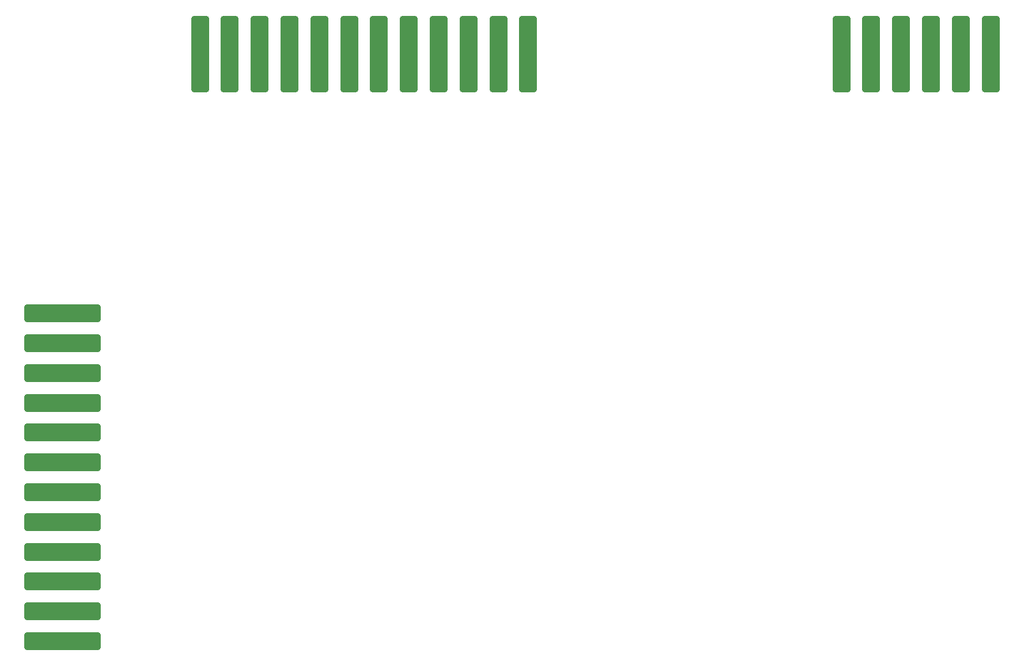
<source format=gbp>
G04 #@! TF.GenerationSoftware,KiCad,Pcbnew,8.0.6*
G04 #@! TF.CreationDate,2024-11-24T22:49:27+01:00*
G04 #@! TF.ProjectId,cbm_ultipet_v1,63626d5f-756c-4746-9970-65745f76312e,rev?*
G04 #@! TF.SameCoordinates,Original*
G04 #@! TF.FileFunction,Paste,Bot*
G04 #@! TF.FilePolarity,Positive*
%FSLAX46Y46*%
G04 Gerber Fmt 4.6, Leading zero omitted, Abs format (unit mm)*
G04 Created by KiCad (PCBNEW 8.0.6) date 2024-11-24 22:49:27*
%MOMM*%
%LPD*%
G01*
G04 APERTURE LIST*
G04 Aperture macros list*
%AMRoundRect*
0 Rectangle with rounded corners*
0 $1 Rounding radius*
0 $2 $3 $4 $5 $6 $7 $8 $9 X,Y pos of 4 corners*
0 Add a 4 corners polygon primitive as box body*
4,1,4,$2,$3,$4,$5,$6,$7,$8,$9,$2,$3,0*
0 Add four circle primitives for the rounded corners*
1,1,$1+$1,$2,$3*
1,1,$1+$1,$4,$5*
1,1,$1+$1,$6,$7*
1,1,$1+$1,$8,$9*
0 Add four rect primitives between the rounded corners*
20,1,$1+$1,$2,$3,$4,$5,0*
20,1,$1+$1,$4,$5,$6,$7,0*
20,1,$1+$1,$6,$7,$8,$9,0*
20,1,$1+$1,$8,$9,$2,$3,0*%
G04 Aperture macros list end*
%ADD10RoundRect,0.358140X0.835660X4.721860X-0.835660X4.721860X-0.835660X-4.721860X0.835660X-4.721860X0*%
%ADD11RoundRect,0.358140X-4.721860X0.835660X-4.721860X-0.835660X4.721860X-0.835660X4.721860X0.835660X0*%
G04 APERTURE END LIST*
D10*
X144841565Y-48598750D03*
X140879165Y-48598750D03*
X136916765Y-48598750D03*
X132954365Y-48598750D03*
X128991965Y-48598750D03*
X125029565Y-48598750D03*
D11*
X21620877Y-83081015D03*
X21620877Y-87043415D03*
X21620877Y-91005815D03*
X21620877Y-94968215D03*
X21620877Y-98930615D03*
X21620877Y-102893015D03*
X21620877Y-106855415D03*
X21620877Y-110817815D03*
X21620877Y-114780215D03*
X21620877Y-118742615D03*
X21620877Y-122705015D03*
X21620877Y-126667415D03*
D10*
X83442950Y-48596750D03*
X79480550Y-48596750D03*
X75518150Y-48596750D03*
X71555750Y-48596750D03*
X67593350Y-48596750D03*
X63630950Y-48596750D03*
X59668550Y-48596750D03*
X55706150Y-48596750D03*
X51743750Y-48596750D03*
X47781350Y-48596750D03*
X43818950Y-48596750D03*
X39856550Y-48596750D03*
M02*

</source>
